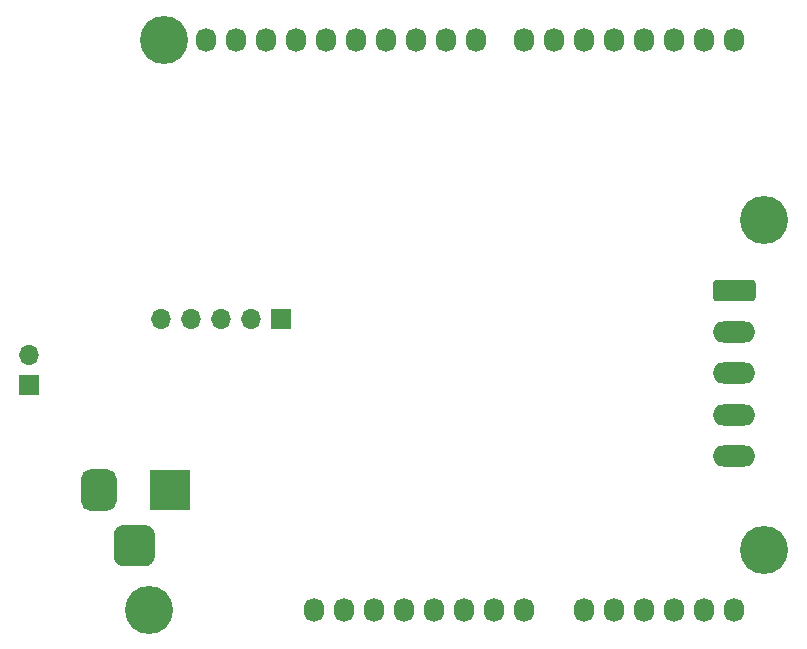
<source format=gbr>
%TF.GenerationSoftware,KiCad,Pcbnew,5.1.9+dfsg1-1~bpo10+1*%
%TF.CreationDate,2021-09-15T11:04:37+02:00*%
%TF.ProjectId,shield_temperature,73686965-6c64-45f7-9465-6d7065726174,1*%
%TF.SameCoordinates,Original*%
%TF.FileFunction,Soldermask,Bot*%
%TF.FilePolarity,Negative*%
%FSLAX46Y46*%
G04 Gerber Fmt 4.6, Leading zero omitted, Abs format (unit mm)*
G04 Created by KiCad (PCBNEW 5.1.9+dfsg1-1~bpo10+1) date 2021-09-15 11:04:37*
%MOMM*%
%LPD*%
G01*
G04 APERTURE LIST*
%ADD10O,1.700000X1.700000*%
%ADD11R,1.700000X1.700000*%
%ADD12R,3.500000X3.500000*%
%ADD13O,1.727200X2.032000*%
%ADD14C,4.064000*%
%ADD15O,3.600000X1.800000*%
G04 APERTURE END LIST*
D10*
%TO.C,J4*%
X114808000Y-102235000D03*
D11*
X114808000Y-104775000D03*
%TD*%
%TO.C,J3*%
G36*
G01*
X121945200Y-119290800D02*
X121945200Y-117540800D01*
G75*
G02*
X122820200Y-116665800I875000J0D01*
G01*
X124570200Y-116665800D01*
G75*
G02*
X125445200Y-117540800I0J-875000D01*
G01*
X125445200Y-119290800D01*
G75*
G02*
X124570200Y-120165800I-875000J0D01*
G01*
X122820200Y-120165800D01*
G75*
G02*
X121945200Y-119290800I0J875000D01*
G01*
G37*
G36*
G01*
X119195200Y-114715800D02*
X119195200Y-112715800D01*
G75*
G02*
X119945200Y-111965800I750000J0D01*
G01*
X121445200Y-111965800D01*
G75*
G02*
X122195200Y-112715800I0J-750000D01*
G01*
X122195200Y-114715800D01*
G75*
G02*
X121445200Y-115465800I-750000J0D01*
G01*
X119945200Y-115465800D01*
G75*
G02*
X119195200Y-114715800I0J750000D01*
G01*
G37*
D12*
X126695200Y-113715800D03*
%TD*%
D13*
%TO.C,P1*%
X138938000Y-123825000D03*
X141478000Y-123825000D03*
X144018000Y-123825000D03*
X146558000Y-123825000D03*
X149098000Y-123825000D03*
X151638000Y-123825000D03*
X154178000Y-123825000D03*
X156718000Y-123825000D03*
%TD*%
%TO.C,P2*%
X161798000Y-123825000D03*
X164338000Y-123825000D03*
X166878000Y-123825000D03*
X169418000Y-123825000D03*
X171958000Y-123825000D03*
X174498000Y-123825000D03*
%TD*%
%TO.C,P3*%
X129794000Y-75565000D03*
X132334000Y-75565000D03*
X134874000Y-75565000D03*
X137414000Y-75565000D03*
X139954000Y-75565000D03*
X142494000Y-75565000D03*
X145034000Y-75565000D03*
X147574000Y-75565000D03*
X150114000Y-75565000D03*
X152654000Y-75565000D03*
%TD*%
%TO.C,P4*%
X156718000Y-75565000D03*
X159258000Y-75565000D03*
X161798000Y-75565000D03*
X164338000Y-75565000D03*
X166878000Y-75565000D03*
X169418000Y-75565000D03*
X171958000Y-75565000D03*
X174498000Y-75565000D03*
%TD*%
D14*
%TO.C,P5*%
X124968000Y-123825000D03*
%TD*%
%TO.C,P6*%
X177038000Y-118745000D03*
%TD*%
%TO.C,P7*%
X126238000Y-75565000D03*
%TD*%
%TO.C,P8*%
X177038000Y-90805000D03*
%TD*%
%TO.C,J1*%
G36*
G01*
X172948000Y-95915000D02*
X176048000Y-95915000D01*
G75*
G02*
X176298000Y-96165000I0J-250000D01*
G01*
X176298000Y-97465000D01*
G75*
G02*
X176048000Y-97715000I-250000J0D01*
G01*
X172948000Y-97715000D01*
G75*
G02*
X172698000Y-97465000I0J250000D01*
G01*
X172698000Y-96165000D01*
G75*
G02*
X172948000Y-95915000I250000J0D01*
G01*
G37*
D15*
X174498000Y-100315000D03*
X174498000Y-103815000D03*
X174498000Y-107315000D03*
X174498000Y-110815000D03*
%TD*%
D11*
%TO.C,J2*%
X136118600Y-99212400D03*
D10*
X133578600Y-99212400D03*
X131038600Y-99212400D03*
X128498600Y-99212400D03*
X125958600Y-99212400D03*
%TD*%
M02*

</source>
